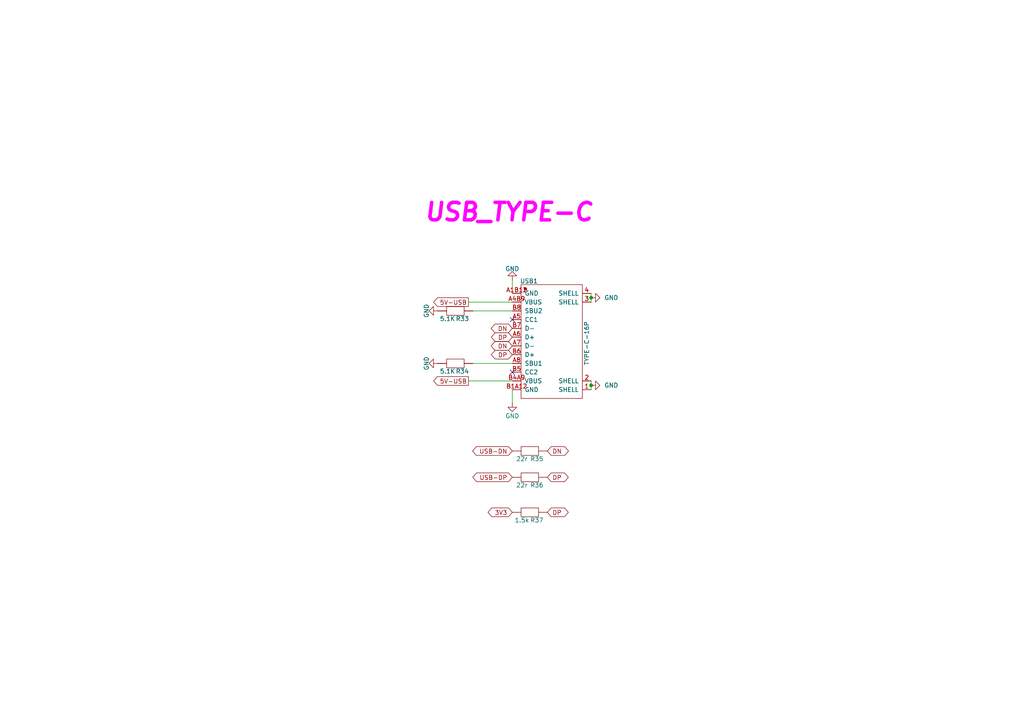
<source format=kicad_sch>
(kicad_sch (version 20250114) (generator "eeschema") (generator_version "9.0")
  (paper "A4")
  (title_block (title "USB") (date "2025-01-24") (rev "Dennis_Re_Yoonjiho"))
  (lib_symbols
    (symbol "Ts_Foc_Vo符号库:RES" (pin_numbers (hide yes)) (pin_names (offset 1.016) (hide yes))
      (property "Reference" "R" (at -2.286 2.032 0))
      (property "Value" "Value" (at 2.286 2.032 0))
      (symbol "RES_1_1"
        (rectangle (start -2.54 1.27) (end 2.54 -1.27) (stroke (width 0.1524)))
        (pin input line (at -5.08 0 0) (length 2.54) (name "1") (number "1"))
        (pin input line (at 5.08 0 180) (length 2.54) (name "2") (number "2"))
      )
    )
    (symbol "Ts_Foc_Vo符号库:TYPE-C-16P" (pin_names (offset 1.016))
      (property "Reference" "USB" (at -8.382 18.796 0))
      (property "Value" "TYPE-C-16P" (at 9.398 1.27 90))
      (symbol "TYPE-C-16P_1_1"
        (rectangle (start -10.16 17.78) (end 7.62 -15.24) (stroke (width 0.1524)))
        (circle (center -8.89 16.51) (radius 0.381) (stroke (width 0.1524)) (fill (type outline)))
        (pin input line (at -12.7 15.24 0) (length 2.54) (name "GND") (number "A1B12"))
        (pin input line (at -12.7 12.7 0) (length 2.54) (name "VBUS") (number "A4B9"))
        (pin input line (at -12.7 10.16 0) (length 2.54) (name "SBU2") (number "B8"))
        (pin input line (at -12.7 7.62 0) (length 2.54) (name "CC1") (number "A5"))
        (pin input line (at -12.7 5.08 0) (length 2.54) (name "D-") (number "B7"))
        (pin input line (at -12.7 2.54 0) (length 2.54) (name "D+") (number "A6"))
        (pin input line (at -12.7 0 0) (length 2.54) (name "D-") (number "A7"))
        (pin input line (at -12.7 -2.54 0) (length 2.54) (name "D+") (number "B6"))
        (pin input line (at -12.7 -5.08 0) (length 2.54) (name "SBU1") (number "A8"))
        (pin input line (at -12.7 -7.62 0) (length 2.54) (name "CC2") (number "B5"))
        (pin input line (at -12.7 -10.16 0) (length 2.54) (name "VBUS") (number "B4A9"))
        (pin input line (at -12.7 -12.7 0) (length 2.54) (name "GND") (number "B1A12"))
        (pin input line (at 10.16 15.24 180) (length 2.54) (name "SHELL") (number "4"))
        (pin input line (at 10.16 12.7 180) (length 2.54) (name "SHELL") (number "3"))
        (pin input line (at 10.16 -10.16 180) (length 2.54) (name "SHELL") (number "2"))
        (pin input line (at 10.16 -12.7 180) (length 2.54) (name "SHELL") (number "1"))
      )
    )
    (symbol "power:GND" (power) (pin_numbers (hide yes)) (pin_names (offset 0) (hide yes))
      (property "Value" "GND" (at 0 -3.81 0))
      (symbol "GND_0_1"
        (polyline (pts (xy 0 0) (xy 0 -1.27) (xy 1.27 -1.27) (xy 0 -2.54) (xy -1.27 -1.27) (xy 0 -1.27)))
      )
      (symbol "GND_1_1"
        (pin power_in line (at 0 0 270) (length 0) (name "~") (number "1"))
      )
    )
  )
  (text "USB_TYPE-C" (exclude_from_sim yes) (at 147.574 61.722 0) (effects (font (size 5.08 5.08) (thickness 1.016) (bold yes) (italic yes))))
  (junction (at 171.45 86.36))
  (junction (at 171.45 111.76))
  (no_connect (at 148.59 107.95))
  (no_connect (at 148.59 92.71))
  (wire (pts (xy 171.45 111.76) (xy 171.45 113.03)))
  (wire (pts (xy 171.45 85.09) (xy 171.45 86.36)))
  (wire (pts (xy 148.59 81.28) (xy 148.59 85.09)))
  (wire (pts (xy 137.16 90.17) (xy 148.59 90.17)))
  (wire (pts (xy 135.89 87.63) (xy 148.59 87.63)))
  (wire (pts (xy 135.89 110.49) (xy 148.59 110.49)))
  (wire (pts (xy 171.45 110.49) (xy 171.45 111.76)))
  (wire (pts (xy 171.45 86.36) (xy 171.45 87.63)))
  (wire (pts (xy 137.16 105.41) (xy 148.59 105.41)))
  (wire (pts (xy 148.59 116.84) (xy 148.59 113.03)))
  (global_label "DN" (shape bidirectional) (at 148.59 95.25 180) (property "Intersheetrefs" "${INTERSHEET_REFS}" (effects (hide yes))))
  (global_label "DP" (shape bidirectional) (at 148.59 102.87 180) (property "Intersheetrefs" "${INTERSHEET_REFS}" (effects (hide yes))))
  (global_label "5V-USB" (shape output) (at 135.89 110.49 180) (property "Intersheetrefs" "${INTERSHEET_REFS}" (effects (hide yes))))
  (global_label "USB-DP" (shape bidirectional) (at 148.59 138.43 180) (property "Intersheetrefs" "${INTERSHEET_REFS}" (effects (hide yes))))
  (global_label "USB-DN" (shape bidirectional) (at 148.59 130.81 180) (property "Intersheetrefs" "${INTERSHEET_REFS}" (effects (hide yes))))
  (global_label "3V3" (shape bidirectional) (at 148.59 148.59 180) (property "Intersheetrefs" "${INTERSHEET_REFS}" (effects (hide yes))))
  (global_label "DP" (shape bidirectional) (at 158.75 138.43 0) (property "Intersheetrefs" "${INTERSHEET_REFS}" (effects (hide yes))))
  (global_label "DN" (shape bidirectional) (at 158.75 130.81 0) (property "Intersheetrefs" "${INTERSHEET_REFS}" (effects (hide yes))))
  (global_label "5V-USB" (shape output) (at 135.89 87.63 180) (property "Intersheetrefs" "${INTERSHEET_REFS}" (effects (hide yes))))
  (global_label "DN" (shape bidirectional) (at 148.59 100.33 180) (property "Intersheetrefs" "${INTERSHEET_REFS}" (effects (hide yes))))
  (global_label "DP" (shape bidirectional) (at 158.75 148.59 0) (property "Intersheetrefs" "${INTERSHEET_REFS}" (effects (hide yes))))
  (global_label "DP" (shape bidirectional) (at 148.59 97.79 180) (property "Intersheetrefs" "${INTERSHEET_REFS}" (effects (hide yes))))
  (symbol (lib_id "power:GND") (at 148.59 81.28 180) (unit 1)
    (property "Reference" "#PWR042" (effects (hide yes)))
    (property "Value" "GND" (at 148.59 77.978 0))
    (property "Description" "Power symbol creates a global label with name \"GND\" , ground" (effects (hide yes)))
  )
  (symbol (lib_id "Ts_Foc_Vo符号库:RES") (at 153.67 148.59 0) (unit 1)
    (property "Reference" "R37" (at 155.702 150.876 0))
    (property "Value" "1.5k" (at 151.384 150.876 0))
    (property "Footprint" "Ts_Foc_Vo封装库:Res_0402" (effects (hide yes)))
    (property "SuppliersPartNumber" "C5200633" (effects (hide yes)))
    (property "uuid" "std:0c78b8f437b74d4badbc2695159e48f2" (effects (hide yes)))
  )
  (symbol (lib_id "Ts_Foc_Vo符号库:TYPE-C-16P") (at 161.29 100.33 0) (unit 1)
    (property "Reference" "USB1" (at 153.416 81.534 0))
    (property "Value" "TYPE-C-16P" (at 170.18 99.568 90))
    (property "Footprint" "Ts_Foc_Vo封装库:USB-C-16P-SMD" (effects (hide yes)))
    (property "SuppliersPartNumber" "C2997433" (effects (hide yes)))
    (property "uuid" "std:67480e8a04024e84947abb12cc4048b0" (effects (hide yes)))
  )
  (symbol (lib_id "power:GND") (at 171.45 86.36 90) (unit 1)
    (property "Reference" "#PWR040" (effects (hide yes)))
    (property "Value" "GND" (at 175.26 86.3599 90) (effects (justify right)))
    (property "Description" "Power symbol creates a global label with name \"GND\" , ground" (effects (hide yes)))
  )
  (symbol (lib_id "power:GND") (at 127 105.41 270) (unit 1)
    (property "Reference" "#PWR045" (effects (hide yes)))
    (property "Value" "GND" (at 123.698 105.41 0))
    (property "Description" "Power symbol creates a global label with name \"GND\" , ground" (effects (hide yes)))
  )
  (symbol (lib_id "Ts_Foc_Vo符号库:RES") (at 132.08 90.17 0) (unit 1)
    (property "Reference" "R33" (at 134.112 92.456 0))
    (property "Value" "5.1K" (at 129.794 92.456 0))
    (property "Footprint" "Ts_Foc_Vo封装库:Res_0402" (effects (hide yes)))
    (property "SuppliersPartNumber" "C5200633" (effects (hide yes)))
    (property "uuid" "std:0c78b8f437b74d4badbc2695159e48f2" (effects (hide yes)))
  )
  (symbol (lib_id "Ts_Foc_Vo符号库:RES") (at 132.08 105.41 0) (unit 1)
    (property "Reference" "R34" (at 134.112 107.696 0))
    (property "Value" "5.1K" (at 129.794 107.696 0))
    (property "Footprint" "Ts_Foc_Vo封装库:Res_0402" (effects (hide yes)))
    (property "SuppliersPartNumber" "C5200633" (effects (hide yes)))
    (property "uuid" "std:0c78b8f437b74d4badbc2695159e48f2" (effects (hide yes)))
  )
  (symbol (lib_id "Ts_Foc_Vo符号库:RES") (at 153.67 138.43 0) (unit 1)
    (property "Reference" "R36" (at 155.702 140.716 0))
    (property "Value" "22r" (at 151.384 140.716 0))
    (property "Footprint" "Ts_Foc_Vo封装库:Res_0402" (effects (hide yes)))
    (property "SuppliersPartNumber" "C5200633" (effects (hide yes)))
    (property "uuid" "std:0c78b8f437b74d4badbc2695159e48f2" (effects (hide yes)))
  )
  (symbol (lib_id "power:GND") (at 148.59 116.84 0) (unit 1)
    (property "Reference" "#PWR043" (effects (hide yes)))
    (property "Value" "GND" (at 148.59 120.65 0))
    (property "Description" "Power symbol creates a global label with name \"GND\" , ground" (effects (hide yes)))
  )
  (symbol (lib_id "power:GND") (at 127 90.17 270) (unit 1)
    (property "Reference" "#PWR044" (effects (hide yes)))
    (property "Value" "GND" (at 123.698 90.17 0))
    (property "Description" "Power symbol creates a global label with name \"GND\" , ground" (effects (hide yes)))
  )
  (symbol (lib_id "power:GND") (at 171.45 111.76 90) (unit 1)
    (property "Reference" "#PWR041" (effects (hide yes)))
    (property "Value" "GND" (at 175.26 111.7599 90) (effects (justify right)))
    (property "Description" "Power symbol creates a global label with name \"GND\" , ground" (effects (hide yes)))
  )
  (symbol (lib_id "Ts_Foc_Vo符号库:RES") (at 153.67 130.81 0) (unit 1)
    (property "Reference" "R35" (at 155.702 133.096 0))
    (property "Value" "22r" (at 151.384 133.096 0))
    (property "Footprint" "Ts_Foc_Vo封装库:Res_0402" (effects (hide yes)))
    (property "SuppliersPartNumber" "C5200633" (effects (hide yes)))
    (property "uuid" "std:0c78b8f437b74d4badbc2695159e48f2" (effects (hide yes)))
  )
)
</source>
